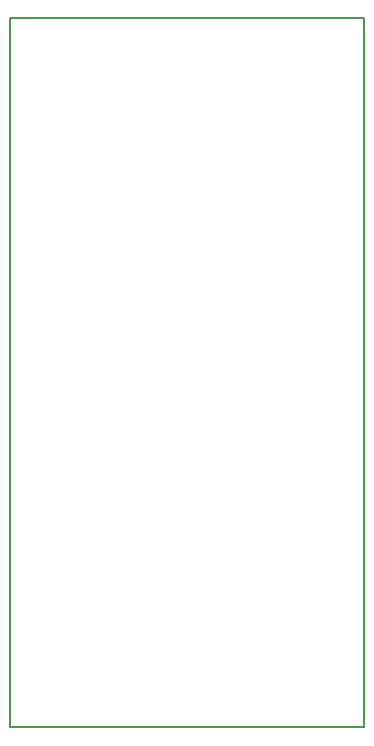
<source format=gm1>
%TF.GenerationSoftware,KiCad,Pcbnew,9.0.4*%
%TF.CreationDate,2025-10-04T14:06:53+04:00*%
%TF.ProjectId,handheld1_motion4sim_FO41AFC70E184,68616e64-6865-46c6-9431-5f6d6f74696f,rev?*%
%TF.SameCoordinates,Original*%
%TF.FileFunction,Profile,NP*%
%FSLAX46Y46*%
G04 Gerber Fmt 4.6, Leading zero omitted, Abs format (unit mm)*
G04 Created by KiCad (PCBNEW 9.0.4) date 2025-10-04 14:06:53*
%MOMM*%
%LPD*%
G01*
G04 APERTURE LIST*
%TA.AperFunction,Profile*%
%ADD10C,0.200000*%
%TD*%
G04 APERTURE END LIST*
D10*
X131400000Y-65800000D02*
X161400000Y-65800000D01*
X161400000Y-125800000D01*
X131400000Y-125800000D01*
X131400000Y-65800000D01*
M02*

</source>
